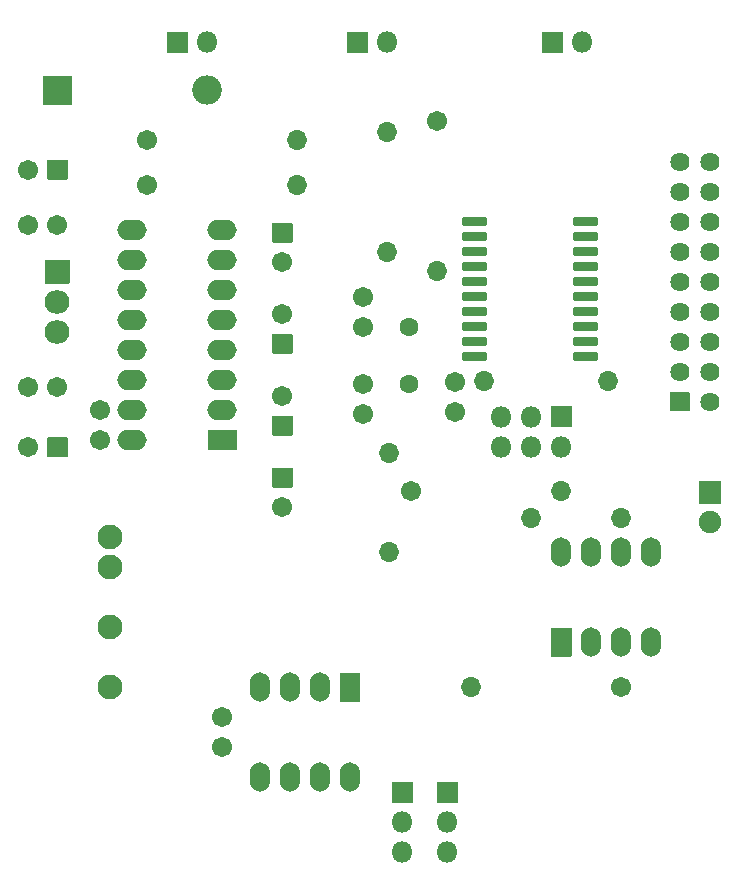
<source format=gbr>
G04 #@! TF.GenerationSoftware,KiCad,Pcbnew,(5.1.8)-1*
G04 #@! TF.CreationDate,2021-03-27T20:02:36+01:00*
G04 #@! TF.ProjectId,DMX2PMX,444d5832-504d-4582-9e6b-696361645f70,0.2*
G04 #@! TF.SameCoordinates,Original*
G04 #@! TF.FileFunction,Soldermask,Bot*
G04 #@! TF.FilePolarity,Negative*
%FSLAX46Y46*%
G04 Gerber Fmt 4.6, Leading zero omitted, Abs format (unit mm)*
G04 Created by KiCad (PCBNEW (5.1.8)-1) date 2021-03-27 20:02:36*
%MOMM*%
%LPD*%
G01*
G04 APERTURE LIST*
%ADD10C,1.702000*%
%ADD11O,1.702000X1.702000*%
%ADD12O,2.502000X1.702000*%
%ADD13C,2.102000*%
%ADD14C,1.626000*%
%ADD15O,1.802000X1.802000*%
%ADD16C,1.602000*%
%ADD17O,2.102000X2.007000*%
%ADD18O,1.702000X2.502000*%
%ADD19O,2.502000X2.502000*%
%ADD20C,1.902000*%
G04 APERTURE END LIST*
D10*
X63540000Y-86995000D03*
X66040000Y-86995000D03*
D11*
X112649000Y-86423500D03*
X102171500Y-86423500D03*
X106172000Y-98044000D03*
X113792000Y-98044000D03*
X94107000Y-100965000D03*
X94107000Y-92519500D03*
X93980000Y-65405000D03*
X93980000Y-75501500D03*
X86360000Y-69850000D03*
D10*
X73660000Y-69850000D03*
D11*
X86360000Y-66040000D03*
D10*
X73660000Y-66040000D03*
D12*
X72390000Y-91440000D03*
X80010000Y-73660000D03*
X72390000Y-88900000D03*
X80010000Y-76200000D03*
X72390000Y-86360000D03*
X80010000Y-78740000D03*
X72390000Y-83820000D03*
X80010000Y-81280000D03*
X72390000Y-81280000D03*
X80010000Y-83820000D03*
X72390000Y-78740000D03*
X80010000Y-86360000D03*
X72390000Y-76200000D03*
X80010000Y-88900000D03*
X72390000Y-73660000D03*
G36*
G01*
X81261000Y-90640000D02*
X81261000Y-92240000D01*
G75*
G02*
X81210000Y-92291000I-51000J0D01*
G01*
X78810000Y-92291000D01*
G75*
G02*
X78759000Y-92240000I0J51000D01*
G01*
X78759000Y-90640000D01*
G75*
G02*
X78810000Y-90589000I51000J0D01*
G01*
X81210000Y-90589000D01*
G75*
G02*
X81261000Y-90640000I0J-51000D01*
G01*
G37*
D13*
X70485000Y-112395000D03*
X70485000Y-107315000D03*
X70485000Y-102235000D03*
X70485000Y-99695000D03*
G36*
G01*
X117932000Y-88963500D02*
X117932000Y-87439500D01*
G75*
G02*
X117983000Y-87388500I51000J0D01*
G01*
X119507000Y-87388500D01*
G75*
G02*
X119558000Y-87439500I0J-51000D01*
G01*
X119558000Y-88963500D01*
G75*
G02*
X119507000Y-89014500I-51000J0D01*
G01*
X117983000Y-89014500D01*
G75*
G02*
X117932000Y-88963500I0J51000D01*
G01*
G37*
D14*
X118745000Y-85661500D03*
X118745000Y-83121500D03*
X118745000Y-80581500D03*
X118745000Y-78041500D03*
X118745000Y-75501500D03*
X118745000Y-72961500D03*
X118745000Y-70421500D03*
X118745000Y-67881500D03*
X121285000Y-67881500D03*
X121285000Y-70421500D03*
X121285000Y-72961500D03*
X121285000Y-75501500D03*
X121285000Y-78041500D03*
X121285000Y-80581500D03*
X121285000Y-83121500D03*
X121285000Y-85661500D03*
X121285000Y-88201500D03*
D15*
X110490000Y-57785000D03*
G36*
G01*
X108800000Y-58686000D02*
X107100000Y-58686000D01*
G75*
G02*
X107049000Y-58635000I0J51000D01*
G01*
X107049000Y-56935000D01*
G75*
G02*
X107100000Y-56884000I51000J0D01*
G01*
X108800000Y-56884000D01*
G75*
G02*
X108851000Y-56935000I0J-51000D01*
G01*
X108851000Y-58635000D01*
G75*
G02*
X108800000Y-58686000I-51000J0D01*
G01*
G37*
X78740000Y-57785000D03*
G36*
G01*
X77050000Y-58686000D02*
X75350000Y-58686000D01*
G75*
G02*
X75299000Y-58635000I0J51000D01*
G01*
X75299000Y-56935000D01*
G75*
G02*
X75350000Y-56884000I51000J0D01*
G01*
X77050000Y-56884000D01*
G75*
G02*
X77101000Y-56935000I0J-51000D01*
G01*
X77101000Y-58635000D01*
G75*
G02*
X77050000Y-58686000I-51000J0D01*
G01*
G37*
X93980000Y-57785000D03*
G36*
G01*
X92290000Y-58686000D02*
X90590000Y-58686000D01*
G75*
G02*
X90539000Y-58635000I0J51000D01*
G01*
X90539000Y-56935000D01*
G75*
G02*
X90590000Y-56884000I51000J0D01*
G01*
X92290000Y-56884000D01*
G75*
G02*
X92341000Y-56935000I0J-51000D01*
G01*
X92341000Y-58635000D01*
G75*
G02*
X92290000Y-58686000I-51000J0D01*
G01*
G37*
D10*
X85090000Y-76414000D03*
G36*
G01*
X84290000Y-73063000D02*
X85890000Y-73063000D01*
G75*
G02*
X85941000Y-73114000I0J-51000D01*
G01*
X85941000Y-74714000D01*
G75*
G02*
X85890000Y-74765000I-51000J0D01*
G01*
X84290000Y-74765000D01*
G75*
G02*
X84239000Y-74714000I0J51000D01*
G01*
X84239000Y-73114000D01*
G75*
G02*
X84290000Y-73063000I51000J0D01*
G01*
G37*
X85090000Y-97155000D03*
G36*
G01*
X84290000Y-93804000D02*
X85890000Y-93804000D01*
G75*
G02*
X85941000Y-93855000I0J-51000D01*
G01*
X85941000Y-95455000D01*
G75*
G02*
X85890000Y-95506000I-51000J0D01*
G01*
X84290000Y-95506000D01*
G75*
G02*
X84239000Y-95455000I0J51000D01*
G01*
X84239000Y-93855000D01*
G75*
G02*
X84290000Y-93804000I51000J0D01*
G01*
G37*
X85090000Y-80812000D03*
G36*
G01*
X85890000Y-84163000D02*
X84290000Y-84163000D01*
G75*
G02*
X84239000Y-84112000I0J51000D01*
G01*
X84239000Y-82512000D01*
G75*
G02*
X84290000Y-82461000I51000J0D01*
G01*
X85890000Y-82461000D01*
G75*
G02*
X85941000Y-82512000I0J-51000D01*
G01*
X85941000Y-84112000D01*
G75*
G02*
X85890000Y-84163000I-51000J0D01*
G01*
G37*
X85090000Y-87733500D03*
G36*
G01*
X85890000Y-91084500D02*
X84290000Y-91084500D01*
G75*
G02*
X84239000Y-91033500I0J51000D01*
G01*
X84239000Y-89433500D01*
G75*
G02*
X84290000Y-89382500I51000J0D01*
G01*
X85890000Y-89382500D01*
G75*
G02*
X85941000Y-89433500I0J-51000D01*
G01*
X85941000Y-91033500D01*
G75*
G02*
X85890000Y-91084500I-51000J0D01*
G01*
G37*
D16*
X95821500Y-86731500D03*
X95821500Y-81851500D03*
D17*
X66040000Y-82296000D03*
X66040000Y-79756000D03*
G36*
G01*
X65040000Y-76212500D02*
X67040000Y-76212500D01*
G75*
G02*
X67091000Y-76263500I0J-51000D01*
G01*
X67091000Y-78168500D01*
G75*
G02*
X67040000Y-78219500I-51000J0D01*
G01*
X65040000Y-78219500D01*
G75*
G02*
X64989000Y-78168500I0J51000D01*
G01*
X64989000Y-76263500D01*
G75*
G02*
X65040000Y-76212500I51000J0D01*
G01*
G37*
D10*
X69659500Y-88940000D03*
X69659500Y-91440000D03*
X63540000Y-92075000D03*
G36*
G01*
X66891000Y-91275000D02*
X66891000Y-92875000D01*
G75*
G02*
X66840000Y-92926000I-51000J0D01*
G01*
X65240000Y-92926000D01*
G75*
G02*
X65189000Y-92875000I0J51000D01*
G01*
X65189000Y-91275000D01*
G75*
G02*
X65240000Y-91224000I51000J0D01*
G01*
X66840000Y-91224000D01*
G75*
G02*
X66891000Y-91275000I0J-51000D01*
G01*
G37*
X63540000Y-73215500D03*
X66040000Y-73215500D03*
X63540000Y-68580000D03*
G36*
G01*
X66891000Y-67780000D02*
X66891000Y-69380000D01*
G75*
G02*
X66840000Y-69431000I-51000J0D01*
G01*
X65240000Y-69431000D01*
G75*
G02*
X65189000Y-69380000I0J51000D01*
G01*
X65189000Y-67780000D01*
G75*
G02*
X65240000Y-67729000I51000J0D01*
G01*
X66840000Y-67729000D01*
G75*
G02*
X66891000Y-67780000I0J-51000D01*
G01*
G37*
D18*
X108712000Y-100965000D03*
X116332000Y-108585000D03*
X111252000Y-100965000D03*
X113792000Y-108585000D03*
X113792000Y-100965000D03*
X111252000Y-108585000D03*
X116332000Y-100965000D03*
G36*
G01*
X109512000Y-109836000D02*
X107912000Y-109836000D01*
G75*
G02*
X107861000Y-109785000I0J51000D01*
G01*
X107861000Y-107385000D01*
G75*
G02*
X107912000Y-107334000I51000J0D01*
G01*
X109512000Y-107334000D01*
G75*
G02*
X109563000Y-107385000I0J-51000D01*
G01*
X109563000Y-109785000D01*
G75*
G02*
X109512000Y-109836000I-51000J0D01*
G01*
G37*
X90805000Y-120015000D03*
X83185000Y-112395000D03*
X88265000Y-120015000D03*
X85725000Y-112395000D03*
X85725000Y-120015000D03*
X88265000Y-112395000D03*
X83185000Y-120015000D03*
G36*
G01*
X90005000Y-111144000D02*
X91605000Y-111144000D01*
G75*
G02*
X91656000Y-111195000I0J-51000D01*
G01*
X91656000Y-113595000D01*
G75*
G02*
X91605000Y-113646000I-51000J0D01*
G01*
X90005000Y-113646000D01*
G75*
G02*
X89954000Y-113595000I0J51000D01*
G01*
X89954000Y-111195000D01*
G75*
G02*
X90005000Y-111144000I51000J0D01*
G01*
G37*
D11*
X101092000Y-112395000D03*
D10*
X113792000Y-112395000D03*
D11*
X98171000Y-77152500D03*
D10*
X98171000Y-64452500D03*
X96012000Y-95758000D03*
D11*
X108712000Y-95758000D03*
D15*
X99060000Y-126365000D03*
X99060000Y-123825000D03*
G36*
G01*
X98159000Y-122135000D02*
X98159000Y-120435000D01*
G75*
G02*
X98210000Y-120384000I51000J0D01*
G01*
X99910000Y-120384000D01*
G75*
G02*
X99961000Y-120435000I0J-51000D01*
G01*
X99961000Y-122135000D01*
G75*
G02*
X99910000Y-122186000I-51000J0D01*
G01*
X98210000Y-122186000D01*
G75*
G02*
X98159000Y-122135000I0J51000D01*
G01*
G37*
X95250000Y-126365000D03*
X95250000Y-123825000D03*
G36*
G01*
X94349000Y-122135000D02*
X94349000Y-120435000D01*
G75*
G02*
X94400000Y-120384000I51000J0D01*
G01*
X96100000Y-120384000D01*
G75*
G02*
X96151000Y-120435000I0J-51000D01*
G01*
X96151000Y-122135000D01*
G75*
G02*
X96100000Y-122186000I-51000J0D01*
G01*
X94400000Y-122186000D01*
G75*
G02*
X94349000Y-122135000I0J51000D01*
G01*
G37*
X103632000Y-92011500D03*
X103632000Y-89471500D03*
X106172000Y-92011500D03*
X106172000Y-89471500D03*
X108712000Y-92011500D03*
G36*
G01*
X107862000Y-88570500D02*
X109562000Y-88570500D01*
G75*
G02*
X109613000Y-88621500I0J-51000D01*
G01*
X109613000Y-90321500D01*
G75*
G02*
X109562000Y-90372500I-51000J0D01*
G01*
X107862000Y-90372500D01*
G75*
G02*
X107811000Y-90321500I0J51000D01*
G01*
X107811000Y-88621500D01*
G75*
G02*
X107862000Y-88570500I51000J0D01*
G01*
G37*
D19*
X78740000Y-61849000D03*
G36*
G01*
X64789000Y-63049000D02*
X64789000Y-60649000D01*
G75*
G02*
X64840000Y-60598000I51000J0D01*
G01*
X67240000Y-60598000D01*
G75*
G02*
X67291000Y-60649000I0J-51000D01*
G01*
X67291000Y-63049000D01*
G75*
G02*
X67240000Y-63100000I-51000J0D01*
G01*
X64840000Y-63100000D01*
G75*
G02*
X64789000Y-63049000I0J51000D01*
G01*
G37*
D20*
X121285000Y-98425000D03*
G36*
G01*
X120385000Y-94934000D02*
X122185000Y-94934000D01*
G75*
G02*
X122236000Y-94985000I0J-51000D01*
G01*
X122236000Y-96785000D01*
G75*
G02*
X122185000Y-96836000I-51000J0D01*
G01*
X120385000Y-96836000D01*
G75*
G02*
X120334000Y-96785000I0J51000D01*
G01*
X120334000Y-94985000D01*
G75*
G02*
X120385000Y-94934000I51000J0D01*
G01*
G37*
D10*
X91884500Y-79351500D03*
X91884500Y-81851500D03*
X80010000Y-117435000D03*
X80010000Y-114935000D03*
X91884500Y-86741000D03*
X91884500Y-89241000D03*
X99695000Y-89050500D03*
X99695000Y-86550500D03*
G36*
G01*
X111771000Y-72661500D02*
X111771000Y-73261500D01*
G75*
G02*
X111720000Y-73312500I-51000J0D01*
G01*
X109770000Y-73312500D01*
G75*
G02*
X109719000Y-73261500I0J51000D01*
G01*
X109719000Y-72661500D01*
G75*
G02*
X109770000Y-72610500I51000J0D01*
G01*
X111720000Y-72610500D01*
G75*
G02*
X111771000Y-72661500I0J-51000D01*
G01*
G37*
G36*
G01*
X111771000Y-73931500D02*
X111771000Y-74531500D01*
G75*
G02*
X111720000Y-74582500I-51000J0D01*
G01*
X109770000Y-74582500D01*
G75*
G02*
X109719000Y-74531500I0J51000D01*
G01*
X109719000Y-73931500D01*
G75*
G02*
X109770000Y-73880500I51000J0D01*
G01*
X111720000Y-73880500D01*
G75*
G02*
X111771000Y-73931500I0J-51000D01*
G01*
G37*
G36*
G01*
X111771000Y-75201500D02*
X111771000Y-75801500D01*
G75*
G02*
X111720000Y-75852500I-51000J0D01*
G01*
X109770000Y-75852500D01*
G75*
G02*
X109719000Y-75801500I0J51000D01*
G01*
X109719000Y-75201500D01*
G75*
G02*
X109770000Y-75150500I51000J0D01*
G01*
X111720000Y-75150500D01*
G75*
G02*
X111771000Y-75201500I0J-51000D01*
G01*
G37*
G36*
G01*
X111771000Y-76471500D02*
X111771000Y-77071500D01*
G75*
G02*
X111720000Y-77122500I-51000J0D01*
G01*
X109770000Y-77122500D01*
G75*
G02*
X109719000Y-77071500I0J51000D01*
G01*
X109719000Y-76471500D01*
G75*
G02*
X109770000Y-76420500I51000J0D01*
G01*
X111720000Y-76420500D01*
G75*
G02*
X111771000Y-76471500I0J-51000D01*
G01*
G37*
G36*
G01*
X111771000Y-77741500D02*
X111771000Y-78341500D01*
G75*
G02*
X111720000Y-78392500I-51000J0D01*
G01*
X109770000Y-78392500D01*
G75*
G02*
X109719000Y-78341500I0J51000D01*
G01*
X109719000Y-77741500D01*
G75*
G02*
X109770000Y-77690500I51000J0D01*
G01*
X111720000Y-77690500D01*
G75*
G02*
X111771000Y-77741500I0J-51000D01*
G01*
G37*
G36*
G01*
X111771000Y-79011500D02*
X111771000Y-79611500D01*
G75*
G02*
X111720000Y-79662500I-51000J0D01*
G01*
X109770000Y-79662500D01*
G75*
G02*
X109719000Y-79611500I0J51000D01*
G01*
X109719000Y-79011500D01*
G75*
G02*
X109770000Y-78960500I51000J0D01*
G01*
X111720000Y-78960500D01*
G75*
G02*
X111771000Y-79011500I0J-51000D01*
G01*
G37*
G36*
G01*
X111771000Y-80281500D02*
X111771000Y-80881500D01*
G75*
G02*
X111720000Y-80932500I-51000J0D01*
G01*
X109770000Y-80932500D01*
G75*
G02*
X109719000Y-80881500I0J51000D01*
G01*
X109719000Y-80281500D01*
G75*
G02*
X109770000Y-80230500I51000J0D01*
G01*
X111720000Y-80230500D01*
G75*
G02*
X111771000Y-80281500I0J-51000D01*
G01*
G37*
G36*
G01*
X111771000Y-81551500D02*
X111771000Y-82151500D01*
G75*
G02*
X111720000Y-82202500I-51000J0D01*
G01*
X109770000Y-82202500D01*
G75*
G02*
X109719000Y-82151500I0J51000D01*
G01*
X109719000Y-81551500D01*
G75*
G02*
X109770000Y-81500500I51000J0D01*
G01*
X111720000Y-81500500D01*
G75*
G02*
X111771000Y-81551500I0J-51000D01*
G01*
G37*
G36*
G01*
X111771000Y-82821500D02*
X111771000Y-83421500D01*
G75*
G02*
X111720000Y-83472500I-51000J0D01*
G01*
X109770000Y-83472500D01*
G75*
G02*
X109719000Y-83421500I0J51000D01*
G01*
X109719000Y-82821500D01*
G75*
G02*
X109770000Y-82770500I51000J0D01*
G01*
X111720000Y-82770500D01*
G75*
G02*
X111771000Y-82821500I0J-51000D01*
G01*
G37*
G36*
G01*
X111771000Y-84091500D02*
X111771000Y-84691500D01*
G75*
G02*
X111720000Y-84742500I-51000J0D01*
G01*
X109770000Y-84742500D01*
G75*
G02*
X109719000Y-84691500I0J51000D01*
G01*
X109719000Y-84091500D01*
G75*
G02*
X109770000Y-84040500I51000J0D01*
G01*
X111720000Y-84040500D01*
G75*
G02*
X111771000Y-84091500I0J-51000D01*
G01*
G37*
G36*
G01*
X102371000Y-84091500D02*
X102371000Y-84691500D01*
G75*
G02*
X102320000Y-84742500I-51000J0D01*
G01*
X100370000Y-84742500D01*
G75*
G02*
X100319000Y-84691500I0J51000D01*
G01*
X100319000Y-84091500D01*
G75*
G02*
X100370000Y-84040500I51000J0D01*
G01*
X102320000Y-84040500D01*
G75*
G02*
X102371000Y-84091500I0J-51000D01*
G01*
G37*
G36*
G01*
X102371000Y-82821500D02*
X102371000Y-83421500D01*
G75*
G02*
X102320000Y-83472500I-51000J0D01*
G01*
X100370000Y-83472500D01*
G75*
G02*
X100319000Y-83421500I0J51000D01*
G01*
X100319000Y-82821500D01*
G75*
G02*
X100370000Y-82770500I51000J0D01*
G01*
X102320000Y-82770500D01*
G75*
G02*
X102371000Y-82821500I0J-51000D01*
G01*
G37*
G36*
G01*
X102371000Y-81551500D02*
X102371000Y-82151500D01*
G75*
G02*
X102320000Y-82202500I-51000J0D01*
G01*
X100370000Y-82202500D01*
G75*
G02*
X100319000Y-82151500I0J51000D01*
G01*
X100319000Y-81551500D01*
G75*
G02*
X100370000Y-81500500I51000J0D01*
G01*
X102320000Y-81500500D01*
G75*
G02*
X102371000Y-81551500I0J-51000D01*
G01*
G37*
G36*
G01*
X102371000Y-80281500D02*
X102371000Y-80881500D01*
G75*
G02*
X102320000Y-80932500I-51000J0D01*
G01*
X100370000Y-80932500D01*
G75*
G02*
X100319000Y-80881500I0J51000D01*
G01*
X100319000Y-80281500D01*
G75*
G02*
X100370000Y-80230500I51000J0D01*
G01*
X102320000Y-80230500D01*
G75*
G02*
X102371000Y-80281500I0J-51000D01*
G01*
G37*
G36*
G01*
X102371000Y-79011500D02*
X102371000Y-79611500D01*
G75*
G02*
X102320000Y-79662500I-51000J0D01*
G01*
X100370000Y-79662500D01*
G75*
G02*
X100319000Y-79611500I0J51000D01*
G01*
X100319000Y-79011500D01*
G75*
G02*
X100370000Y-78960500I51000J0D01*
G01*
X102320000Y-78960500D01*
G75*
G02*
X102371000Y-79011500I0J-51000D01*
G01*
G37*
G36*
G01*
X102371000Y-77741500D02*
X102371000Y-78341500D01*
G75*
G02*
X102320000Y-78392500I-51000J0D01*
G01*
X100370000Y-78392500D01*
G75*
G02*
X100319000Y-78341500I0J51000D01*
G01*
X100319000Y-77741500D01*
G75*
G02*
X100370000Y-77690500I51000J0D01*
G01*
X102320000Y-77690500D01*
G75*
G02*
X102371000Y-77741500I0J-51000D01*
G01*
G37*
G36*
G01*
X102371000Y-76471500D02*
X102371000Y-77071500D01*
G75*
G02*
X102320000Y-77122500I-51000J0D01*
G01*
X100370000Y-77122500D01*
G75*
G02*
X100319000Y-77071500I0J51000D01*
G01*
X100319000Y-76471500D01*
G75*
G02*
X100370000Y-76420500I51000J0D01*
G01*
X102320000Y-76420500D01*
G75*
G02*
X102371000Y-76471500I0J-51000D01*
G01*
G37*
G36*
G01*
X102371000Y-75201500D02*
X102371000Y-75801500D01*
G75*
G02*
X102320000Y-75852500I-51000J0D01*
G01*
X100370000Y-75852500D01*
G75*
G02*
X100319000Y-75801500I0J51000D01*
G01*
X100319000Y-75201500D01*
G75*
G02*
X100370000Y-75150500I51000J0D01*
G01*
X102320000Y-75150500D01*
G75*
G02*
X102371000Y-75201500I0J-51000D01*
G01*
G37*
G36*
G01*
X102371000Y-73931500D02*
X102371000Y-74531500D01*
G75*
G02*
X102320000Y-74582500I-51000J0D01*
G01*
X100370000Y-74582500D01*
G75*
G02*
X100319000Y-74531500I0J51000D01*
G01*
X100319000Y-73931500D01*
G75*
G02*
X100370000Y-73880500I51000J0D01*
G01*
X102320000Y-73880500D01*
G75*
G02*
X102371000Y-73931500I0J-51000D01*
G01*
G37*
G36*
G01*
X102371000Y-72661500D02*
X102371000Y-73261500D01*
G75*
G02*
X102320000Y-73312500I-51000J0D01*
G01*
X100370000Y-73312500D01*
G75*
G02*
X100319000Y-73261500I0J51000D01*
G01*
X100319000Y-72661500D01*
G75*
G02*
X100370000Y-72610500I51000J0D01*
G01*
X102320000Y-72610500D01*
G75*
G02*
X102371000Y-72661500I0J-51000D01*
G01*
G37*
M02*

</source>
